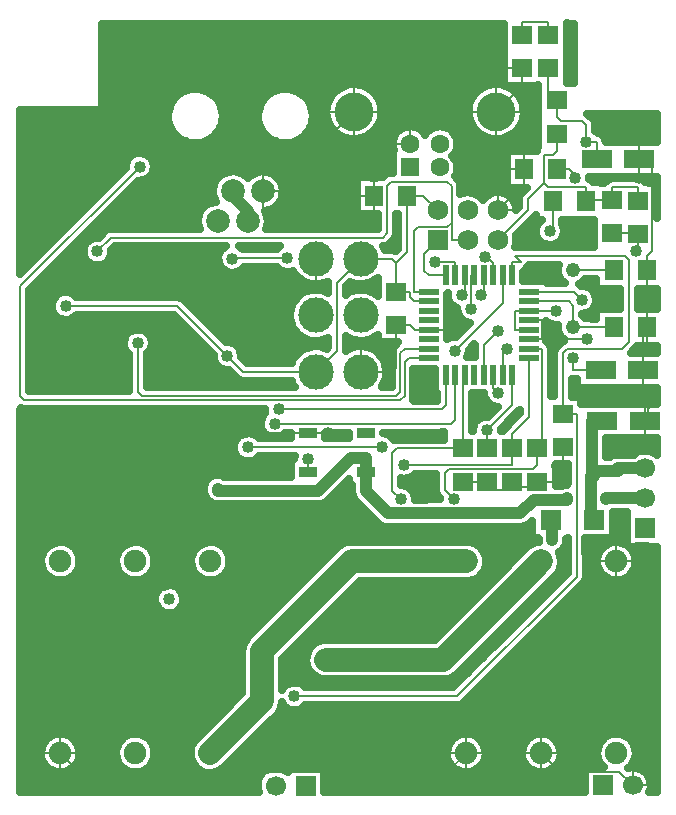
<source format=gbr>
G04 DipTrace 2.4.0.2*
%INTop.gbr*%
%MOIN*%
%ADD14C,0.006*%
%ADD15C,0.0394*%
%ADD16C,0.0787*%
%ADD17C,0.025*%
%ADD18C,0.0079*%
%ADD21R,0.063X0.0709*%
%ADD22R,0.0709X0.063*%
%ADD23R,0.1024X0.063*%
%ADD24R,0.0709X0.0661*%
%ADD26R,0.0669X0.0669*%
%ADD27C,0.0669*%
%ADD28R,0.0689X0.0689*%
%ADD29C,0.0689*%
%ADD31C,0.1181*%
%ADD33R,0.0669X0.0197*%
%ADD34R,0.0197X0.0669*%
%ADD35R,0.0591X0.0354*%
%ADD37C,0.0748*%
%ADD38R,0.063X0.063*%
%ADD39C,0.063*%
%ADD40C,0.1299*%
%ADD41C,0.048*%
%ADD42C,0.04*%
%FSLAX44Y44*%
G04*
G70*
G90*
G75*
G01*
%LNTop*%
%LPD*%
X18262Y22704D2*
D14*
X17808Y22251D1*
Y21676D1*
X17947Y21537D1*
X18526D1*
X18262Y23704D2*
X17765Y24201D1*
X17240D1*
X21940Y28448D2*
Y27370D1*
X22228D1*
X22773Y18773D2*
Y18371D1*
X23688D1*
X21282Y19726D2*
X20838D1*
Y20356D1*
X21282D1*
X17240Y24201D2*
Y22333D1*
X16869Y21963D1*
X16730Y22102D1*
X15690D1*
X11243Y18852D2*
X9575Y20520D1*
X5858D1*
X14190Y18320D2*
X11775D1*
X11243Y18852D1*
X15690Y22102D2*
X14890Y21301D1*
Y19019D1*
X14190Y18320D1*
X16869Y21963D2*
Y20989D1*
X23212Y26003D2*
X23555D1*
Y25409D1*
X22228Y27370D2*
Y26830D1*
X22367Y26691D1*
X23073D1*
X23212Y26552D1*
Y26003D1*
X21282Y20356D2*
X22207D1*
X16869Y20989D2*
X17332D1*
Y20810D1*
X17471Y20671D1*
X17975D1*
Y20986D2*
X17471D1*
Y23019D1*
X17610Y23158D1*
X18576D1*
X18715Y23296D1*
Y24525D1*
X18576Y24664D1*
X16700D1*
X16561Y24525D1*
Y22940D1*
X16422Y22801D1*
X7375D1*
X6912Y22338D1*
X18715Y23296D2*
Y22704D1*
X19262D1*
X18149Y21981D2*
X18841D1*
Y21537D1*
X20262Y22704D2*
X21268Y23710D1*
Y24081D1*
X21807Y24620D1*
X21946Y24481D1*
X23200D1*
Y24018D1*
X21807Y24620D2*
Y25544D1*
X22089D1*
X22228Y25683D1*
Y26268D1*
X20262Y19700D2*
X19786Y19224D1*
Y18230D1*
X24076Y24055D2*
Y24479D1*
X24932D1*
Y24027D1*
X23200Y24018D2*
Y24055D1*
X24076D1*
X22424Y15821D2*
Y15175D1*
X22226Y14977D1*
Y14669D1*
X24749Y4542D2*
X24306Y4986D1*
X22342D1*
X21709Y5619D1*
X20262Y23704D2*
X21129Y24571D1*
Y25081D1*
X17975Y19726D2*
X17493D1*
X17332Y19887D1*
X16869D1*
X20201Y26995D2*
X21067Y27861D1*
Y28448D1*
X14581Y16286D2*
X13931D1*
X21282Y19411D2*
X21725D1*
Y19550D1*
Y20041D1*
X21282D1*
X21563Y14669D2*
Y14713D1*
X21333Y14483D1*
X20758D1*
X20671Y14396D1*
X20059D1*
X19887Y14567D1*
Y14669D1*
X16137Y24834D2*
Y24201D1*
X19887Y14669D2*
X19091D1*
X20758Y14483D2*
X20724Y14669D1*
X22226D2*
X21563D1*
X19209Y5619D2*
X18588Y4998D1*
X6295D1*
X5673Y5619D1*
X21709D2*
X19209D1*
X15461Y26995D2*
X14190Y25725D1*
Y24201D1*
X20201Y26995D2*
X15461D1*
X21129Y25081D2*
X20340D1*
X20201Y25220D1*
Y26995D1*
X16869Y19887D2*
Y18461D1*
X16730Y18322D1*
X15690D1*
X21725Y19550D2*
X21864Y19411D1*
X23221D1*
X25307Y17280D2*
X25277Y17250D1*
Y16686D1*
X25153D1*
X25105Y18371D2*
Y17790D1*
X25307Y17589D1*
Y17280D1*
X25216Y19808D2*
X25105D1*
Y18371D1*
X25216Y21714D2*
Y19808D1*
X24972Y25409D2*
X25395D1*
Y22357D1*
X25216Y22177D1*
Y21714D1*
X24972Y24790D2*
Y25409D1*
X13931Y16286D2*
X12404D1*
X24113Y19808D2*
X23388D1*
X23385Y19811D1*
X22759D1*
Y20532D1*
X22620Y20671D1*
X21282D1*
X24076Y22953D2*
X24932D1*
Y22925D1*
Y22486D1*
X24856Y22410D1*
Y22338D1*
X22825Y24790D2*
Y24881D1*
X22625Y25081D1*
X22231D1*
X20268Y17617D2*
X20101Y17784D1*
Y18230D1*
X12956Y17074D2*
X18387D1*
X18526Y17213D1*
Y18230D1*
X20550Y19082D2*
X20416Y18948D1*
Y18230D1*
X23068Y20727D2*
X22810Y20986D1*
X21282D1*
X22759Y21711D2*
X23385D1*
X23388Y21714D1*
X24113D1*
X21994Y23017D2*
X22097Y23120D1*
Y24018D1*
X17975Y19096D2*
X17147D1*
X17008Y18957D1*
Y17661D1*
X16869Y17522D1*
X8392D1*
X8253Y17661D1*
Y19275D1*
X8317Y25161D2*
X4332Y21176D1*
Y17522D1*
X4471Y17383D1*
X17008D1*
X17147Y17522D1*
Y18642D1*
X17286Y18781D1*
X17975D1*
X13478Y7508D2*
X18899D1*
X22887Y11495D1*
Y16924D1*
X22424D1*
Y18943D1*
X22563Y19082D1*
X24398D1*
X24629Y19313D1*
Y22051D1*
X24504Y22176D1*
X20818D1*
X21013Y21981D1*
X20731D1*
Y21537D1*
X12817Y16595D2*
X18702D1*
X18841Y16734D1*
Y18230D1*
X18821Y19021D2*
X20416Y20616D1*
Y21537D1*
X13931Y15417D2*
Y14987D1*
X14537Y8735D2*
D16*
X18434D1*
X21709Y12009D1*
X11927Y15809D2*
D14*
X16390Y15811D1*
X11927Y23350D2*
D15*
Y23699D1*
X11277Y24350D1*
X11427D1*
X19887Y15771D2*
D14*
Y16371D1*
X20731Y17214D1*
Y18230D1*
X23735Y16686D2*
D15*
X23390D1*
Y14797D1*
X23601Y15007D1*
X23971D1*
X23390Y14797D2*
X23347Y14839D1*
Y13384D1*
X23462D1*
X23971Y15007D2*
X24248D1*
Y15104D1*
X25164D1*
X22578Y14104D2*
Y14063D1*
X21459D1*
X21004Y13608D1*
X16598D1*
X15860Y14346D1*
Y14987D1*
X25164Y14104D2*
X23867D1*
Y14086D1*
X15861Y15467D2*
X15361D1*
X14263Y14369D1*
X10922D1*
Y14425D1*
X15860Y14987D2*
Y15467D1*
X15861D1*
X21067Y29550D2*
D14*
Y29974D1*
X21940D1*
Y29550D1*
X17129Y15231D2*
X20724D1*
Y15771D1*
Y16262D1*
X21282Y16819D1*
Y18781D1*
Y19096D2*
X21725D1*
Y15771D1*
X21563D1*
Y15231D1*
X21424Y15092D1*
X18628D1*
X18489Y14953D1*
Y14370D1*
X18781Y14078D1*
X22078Y12722D2*
D15*
Y13384D1*
X22013D1*
X19821Y22151D2*
D14*
X19901D1*
X20101Y21951D1*
Y21537D1*
X19681Y20897D2*
X19786Y21002D1*
Y21537D1*
X19372Y20418D2*
Y21537D1*
X19471D1*
X19051Y20897D2*
X19156Y21002D1*
Y21537D1*
X13239Y22116D2*
X11408D1*
Y22101D1*
X19091Y15771D2*
Y17972D1*
X19156Y18036D1*
Y18230D1*
X17020Y14081D2*
X16745Y14356D1*
Y15632D1*
X16884Y15771D1*
X19091D1*
X10673Y5619D2*
D16*
X12402Y7348D1*
Y9011D1*
X15400Y12009D1*
X19209D1*
D42*
X14537Y8735D3*
X5858Y20520D3*
X22773Y18773D3*
X22207Y20356D3*
X11243Y18852D3*
X23212Y26003D3*
X6912Y22338D3*
X18149Y21981D3*
X20262Y19700D3*
X23221Y19411D3*
X16137Y24834D3*
X24972Y24790D3*
X14581Y16286D3*
X14190Y24201D3*
X22226Y14669D3*
X12404Y16286D3*
X25307Y17280D3*
X24856Y22338D3*
X22825Y24790D3*
X20268Y17617D3*
X12956Y17074D3*
X20550Y19082D3*
X23068Y20727D3*
X21994Y23017D3*
X8253Y19275D3*
X8317Y25161D3*
X13478Y7508D3*
X12817Y16595D3*
X18821Y19021D3*
X13931Y15417D3*
X9303Y10743D3*
X16390Y15811D3*
X11927Y15809D3*
X19887Y16371D3*
X23971Y15007D3*
X22578Y14104D3*
X23867Y14086D3*
X10922Y14425D3*
X15861Y15467D3*
X17129Y15231D3*
X18781Y14078D3*
X22078Y12722D3*
X19821Y22151D3*
X19681Y20897D3*
X19372Y20418D3*
X19051Y20897D3*
X17020Y14081D3*
X11408Y22101D3*
X13239Y22116D3*
X7098Y29687D2*
D17*
X20423D1*
X22582D2*
X22779D1*
X7098Y29438D2*
X20423D1*
X22582D2*
X22779D1*
X7098Y29189D2*
X20423D1*
X22582D2*
X22779D1*
X7098Y28940D2*
X20423D1*
X22582D2*
X22779D1*
X7098Y28692D2*
X20423D1*
X22582D2*
X22779D1*
X7098Y28443D2*
X20423D1*
X22582D2*
X22779D1*
X7098Y28194D2*
X20423D1*
X22582D2*
X22779D1*
X7098Y27946D2*
X20423D1*
X7098Y27697D2*
X9837D1*
X10520D2*
X12837D1*
X13520D2*
X14849D1*
X16071D2*
X19591D1*
X20813D2*
X21583D1*
X7098Y27448D2*
X9474D1*
X10879D2*
X12474D1*
X13879D2*
X14642D1*
X16282D2*
X19380D1*
X21020D2*
X21583D1*
X7098Y27200D2*
X9318D1*
X11036D2*
X12318D1*
X14036D2*
X14544D1*
X16375D2*
X19286D1*
X21118D2*
X21583D1*
X4350Y26951D2*
X9255D1*
X11102D2*
X12255D1*
X14102D2*
X14521D1*
X16399D2*
X19263D1*
X21141D2*
X21583D1*
X4350Y26702D2*
X9259D1*
X11094D2*
X12259D1*
X14094D2*
X14571D1*
X16352D2*
X19310D1*
X21090D2*
X21583D1*
X23493D2*
X25529D1*
X4350Y26454D2*
X9337D1*
X11016D2*
X12337D1*
X14016D2*
X14700D1*
X16223D2*
X17068D1*
X17610D2*
X18052D1*
X18594D2*
X19439D1*
X20961D2*
X21583D1*
X23532D2*
X25529D1*
X4350Y26205D2*
X9517D1*
X10836D2*
X12517D1*
X13836D2*
X14978D1*
X15946D2*
X16806D1*
X18856D2*
X19716D1*
X20684D2*
X21583D1*
X23793D2*
X25529D1*
X4350Y25956D2*
X10009D1*
X10344D2*
X13009D1*
X13344D2*
X16736D1*
X18926D2*
X21583D1*
X4350Y25708D2*
X16736D1*
X18883D2*
X21536D1*
X4350Y25459D2*
X7935D1*
X8700D2*
X16736D1*
X18832D2*
X20525D1*
X4350Y25210D2*
X7829D1*
X8805D2*
X16736D1*
X18922D2*
X20525D1*
X4350Y24961D2*
X7677D1*
X8762D2*
X11157D1*
X11696D2*
X12157D1*
X12696D2*
X16736D1*
X18899D2*
X20525D1*
X4350Y24713D2*
X7427D1*
X8465D2*
X10853D1*
X13000D2*
X15532D1*
X18969D2*
X20525D1*
X23407D2*
X23872D1*
X25137D2*
X25529D1*
X4350Y24464D2*
X7177D1*
X8063D2*
X10755D1*
X13102D2*
X15532D1*
X19036D2*
X20525D1*
X4350Y24215D2*
X6931D1*
X7813D2*
X10759D1*
X13098D2*
X15532D1*
X19618D2*
X19904D1*
X20618D2*
X20982D1*
X4350Y23967D2*
X6681D1*
X7567D2*
X10673D1*
X12989D2*
X15532D1*
X20836D2*
X20946D1*
X4350Y23718D2*
X6431D1*
X7317D2*
X10357D1*
X12637D2*
X15532D1*
X4350Y23469D2*
X6185D1*
X7067D2*
X10255D1*
X12598D2*
X16239D1*
X4350Y23221D2*
X5935D1*
X6821D2*
X10255D1*
X12598D2*
X16239D1*
X21219D2*
X21552D1*
X22438D2*
X23431D1*
X4350Y22972D2*
X5685D1*
X6571D2*
X7103D1*
X20973D2*
X21505D1*
X22481D2*
X23431D1*
X4350Y22723D2*
X5439D1*
X6321D2*
X6626D1*
X16786D2*
X16922D1*
X20895D2*
X21611D1*
X22379D2*
X23431D1*
X4350Y22475D2*
X5189D1*
X6075D2*
X6443D1*
X7493D2*
X11107D1*
X11711D2*
X12919D1*
X16485D2*
X16919D1*
X20852D2*
X23431D1*
X4350Y22226D2*
X4939D1*
X5825D2*
X6435D1*
X7387D2*
X10935D1*
X4350Y21977D2*
X4693D1*
X5575D2*
X6595D1*
X7231D2*
X10935D1*
X4350Y21729D2*
X4443D1*
X5329D2*
X11107D1*
X11711D2*
X12958D1*
X21192D2*
X22232D1*
X5079Y21480D2*
X13575D1*
X21118D2*
X22286D1*
X4829Y21231D2*
X14571D1*
X15262D2*
X16224D1*
X23000D2*
X23509D1*
X4653Y20982D2*
X5786D1*
X5930D2*
X13798D1*
X15211D2*
X15294D1*
X16086D2*
X16224D1*
X23481D2*
X24310D1*
X24950D2*
X25529D1*
X4653Y20734D2*
X5419D1*
X9801D2*
X13489D1*
X23559D2*
X24310D1*
X24950D2*
X25529D1*
X4653Y20485D2*
X5368D1*
X10051D2*
X13357D1*
X18598D2*
X18810D1*
X23489D2*
X24310D1*
X24950D2*
X25529D1*
X4653Y20236D2*
X5466D1*
X10301D2*
X13310D1*
X18598D2*
X18919D1*
X23079D2*
X23509D1*
X4653Y19988D2*
X9665D1*
X10551D2*
X13341D1*
X18598D2*
X19173D1*
X4653Y19739D2*
X9915D1*
X10797D2*
X13450D1*
X18598D2*
X19095D1*
X21907D2*
X22236D1*
X4653Y19490D2*
X7818D1*
X8692D2*
X10161D1*
X11047D2*
X13704D1*
X18598D2*
X18849D1*
X21907D2*
X22345D1*
X4653Y19242D2*
X7763D1*
X8743D2*
X10411D1*
X11520D2*
X14571D1*
X15211D2*
X16849D1*
X22008D2*
X22279D1*
X4653Y18993D2*
X7861D1*
X8649D2*
X10661D1*
X11711D2*
X13638D1*
X16246D2*
X16689D1*
X19309D2*
X19466D1*
X24750D2*
X25529D1*
X4653Y18744D2*
X7935D1*
X8575D2*
X10767D1*
X11793D2*
X13423D1*
X16457D2*
X16689D1*
X4653Y18496D2*
X7935D1*
X8575D2*
X10919D1*
X16551D2*
X16689D1*
X4653Y18247D2*
X7935D1*
X8575D2*
X11407D1*
X16567D2*
X16689D1*
X17465D2*
X18138D1*
X4653Y17998D2*
X7935D1*
X8575D2*
X13372D1*
X16508D2*
X16689D1*
X17465D2*
X18138D1*
X22743D2*
X22885D1*
X4653Y17750D2*
X7935D1*
X17465D2*
X18138D1*
X22743D2*
X25529D1*
X17465Y17501D2*
X18204D1*
X19411D2*
X19794D1*
X23067D2*
X25529D1*
X19411Y17252D2*
X19954D1*
X4350Y17003D2*
X12470D1*
X19411D2*
X20079D1*
X4350Y16755D2*
X12357D1*
X19411D2*
X19599D1*
X4350Y16506D2*
X12337D1*
X4350Y16257D2*
X11779D1*
X12075D2*
X12474D1*
X13161D2*
X13345D1*
X14516D2*
X15275D1*
X16543D2*
X18446D1*
X4350Y16009D2*
X11482D1*
X23875D2*
X25529D1*
X4350Y15760D2*
X11439D1*
X23875D2*
X25529D1*
X4350Y15511D2*
X11544D1*
X12309D2*
X13450D1*
X23875D2*
X24004D1*
X4350Y15263D2*
X13345D1*
X4350Y15014D2*
X13345D1*
X22207D2*
X22568D1*
X4350Y14765D2*
X10579D1*
X17063D2*
X18169D1*
X22207D2*
X22568D1*
X4350Y14517D2*
X10443D1*
X15090D2*
X15372D1*
X17207D2*
X18169D1*
X4350Y14268D2*
X10446D1*
X14840D2*
X15380D1*
X17469D2*
X18189D1*
X4350Y14019D2*
X10595D1*
X14590D2*
X15509D1*
X4350Y13771D2*
X15759D1*
X4350Y13522D2*
X16005D1*
X24106D2*
X24540D1*
X4350Y13273D2*
X16255D1*
X24106D2*
X24540D1*
X4350Y13024D2*
X21368D1*
X24106D2*
X24540D1*
X4350Y12776D2*
X21591D1*
X23207D2*
X24540D1*
X4350Y12527D2*
X5275D1*
X6071D2*
X7775D1*
X8571D2*
X10275D1*
X11071D2*
X14970D1*
X19641D2*
X21279D1*
X23207D2*
X23810D1*
X4350Y12278D2*
X5068D1*
X6278D2*
X7568D1*
X8778D2*
X10068D1*
X11278D2*
X14712D1*
X19836D2*
X21021D1*
X22336D2*
X22568D1*
X23207D2*
X23603D1*
X24813D2*
X25529D1*
X4350Y12030D2*
X5009D1*
X6336D2*
X7509D1*
X8836D2*
X10009D1*
X11336D2*
X14466D1*
X19891D2*
X20775D1*
X22391D2*
X22568D1*
X23207D2*
X23544D1*
X24871D2*
X25529D1*
X4350Y11781D2*
X5052D1*
X6293D2*
X7552D1*
X8793D2*
X10052D1*
X11293D2*
X14216D1*
X19852D2*
X20525D1*
X22352D2*
X22568D1*
X23207D2*
X23587D1*
X24829D2*
X25529D1*
X4350Y11532D2*
X5224D1*
X6125D2*
X7724D1*
X8625D2*
X10224D1*
X11125D2*
X13966D1*
X19688D2*
X20275D1*
X22188D2*
X22482D1*
X23207D2*
X23759D1*
X24661D2*
X25529D1*
X4350Y11284D2*
X13720D1*
X15629D2*
X20029D1*
X21938D2*
X22232D1*
X23118D2*
X25529D1*
X4350Y11035D2*
X8915D1*
X9688D2*
X13470D1*
X15383D2*
X19779D1*
X21692D2*
X21986D1*
X22868D2*
X25529D1*
X4350Y10786D2*
X8814D1*
X9789D2*
X13220D1*
X15133D2*
X19529D1*
X21442D2*
X21736D1*
X22621D2*
X25529D1*
X4350Y10538D2*
X8861D1*
X9746D2*
X12974D1*
X14883D2*
X19282D1*
X21192D2*
X21486D1*
X22371D2*
X25529D1*
X4350Y10289D2*
X9177D1*
X9432D2*
X12724D1*
X14637D2*
X19032D1*
X20946D2*
X21239D1*
X22121D2*
X25529D1*
X4350Y10040D2*
X12474D1*
X14387D2*
X18782D1*
X20696D2*
X20989D1*
X21875D2*
X25529D1*
X4350Y9792D2*
X12228D1*
X14137D2*
X18536D1*
X20446D2*
X20739D1*
X21625D2*
X25529D1*
X4350Y9543D2*
X11978D1*
X13891D2*
X18286D1*
X20200D2*
X20493D1*
X21375D2*
X25529D1*
X4350Y9294D2*
X11782D1*
X13641D2*
X14165D1*
X19950D2*
X20243D1*
X21129D2*
X25529D1*
X4350Y9045D2*
X11720D1*
X13391D2*
X13931D1*
X19700D2*
X19993D1*
X20879D2*
X25529D1*
X4350Y8797D2*
X11720D1*
X13145D2*
X13857D1*
X19454D2*
X19747D1*
X20629D2*
X25529D1*
X4350Y8548D2*
X11720D1*
X13086D2*
X13880D1*
X19204D2*
X19497D1*
X20383D2*
X25529D1*
X4350Y8299D2*
X11720D1*
X13086D2*
X14017D1*
X18954D2*
X19247D1*
X20133D2*
X25529D1*
X4350Y8051D2*
X11720D1*
X13086D2*
X19001D1*
X19883D2*
X25529D1*
X4350Y7802D2*
X11720D1*
X19637D2*
X25529D1*
X4350Y7553D2*
X11650D1*
X19387D2*
X25529D1*
X4350Y7305D2*
X11404D1*
X19137D2*
X25529D1*
X4350Y7056D2*
X11154D1*
X13016D2*
X13345D1*
X13614D2*
X25529D1*
X4350Y6807D2*
X10904D1*
X12817D2*
X25529D1*
X4350Y6559D2*
X10657D1*
X12571D2*
X25529D1*
X4350Y6310D2*
X10407D1*
X12321D2*
X25529D1*
X4350Y6061D2*
X5189D1*
X6161D2*
X7689D1*
X8661D2*
X10161D1*
X12071D2*
X18724D1*
X19696D2*
X21224D1*
X22196D2*
X23724D1*
X24696D2*
X25529D1*
X4350Y5813D2*
X5040D1*
X6309D2*
X7540D1*
X8809D2*
X10021D1*
X11825D2*
X18575D1*
X19844D2*
X21075D1*
X22344D2*
X23575D1*
X24844D2*
X25529D1*
X4350Y5564D2*
X5013D1*
X6336D2*
X7513D1*
X8836D2*
X9993D1*
X11575D2*
X18548D1*
X19871D2*
X21048D1*
X22371D2*
X23548D1*
X24871D2*
X25529D1*
X4350Y5315D2*
X5087D1*
X6262D2*
X7587D1*
X8762D2*
X10064D1*
X11325D2*
X18622D1*
X19797D2*
X21122D1*
X22297D2*
X23622D1*
X24797D2*
X25529D1*
X4350Y5066D2*
X5329D1*
X6020D2*
X7829D1*
X8520D2*
X10290D1*
X11055D2*
X12548D1*
X14473D2*
X18864D1*
X19555D2*
X21364D1*
X22055D2*
X23126D1*
X25067D2*
X25529D1*
X4350Y4818D2*
X12294D1*
X14473D2*
X23126D1*
X25305D2*
X25529D1*
X4350Y4569D2*
X12228D1*
X14473D2*
X23126D1*
X25371D2*
X25532D1*
X24338Y21095D2*
X23533D1*
Y21419D1*
X23170Y21416D1*
X23131Y21370D1*
X23036Y21289D1*
X22949Y21246D1*
X23021Y21192D1*
X23127Y21188D1*
X23248Y21156D1*
X23355Y21093D1*
X23442Y21004D1*
X23502Y20895D1*
X23533Y20727D1*
X23517Y20604D1*
X23468Y20489D1*
X23390Y20392D1*
X23289Y20318D1*
X23173Y20274D1*
X23053Y20263D1*
X23098Y20186D1*
X23166Y20107D1*
X23533Y20103D1*
Y20427D1*
X24334D1*
Y21098D1*
X25556Y21095D2*
X24924D1*
Y20430D1*
X25211Y20427D1*
X25555D1*
Y21095D1*
X25556Y19189D2*
X24896D1*
X24838Y19105D1*
X24686Y18953D1*
X25103Y18950D1*
X25556D1*
X25555Y19188D1*
X16940Y19307D2*
X16249D1*
Y19564D1*
X16136Y19482D1*
X16025Y19424D1*
X15907Y19384D1*
X15784Y19361D1*
X15659Y19357D1*
X15535Y19371D1*
X15414Y19402D1*
X15299Y19451D1*
X15183Y19524D1*
X15184Y19016D1*
X15299Y19083D1*
X15438Y19139D1*
X15584Y19171D1*
X15734Y19176D1*
X15882Y19156D1*
X16025Y19109D1*
X16157Y19039D1*
X16275Y18947D1*
X16375Y18835D1*
X16454Y18708D1*
X16509Y18569D1*
X16540Y18422D1*
X16544Y18272D1*
X16522Y18124D1*
X16475Y17982D1*
X16404Y17850D1*
X16381Y17817D1*
X16716D1*
X16713Y18536D1*
Y18957D1*
X16741Y19082D1*
X16799Y19166D1*
X16941Y19307D1*
X16249Y20858D2*
Y21452D1*
X16136Y21371D1*
X16025Y21314D1*
X15907Y21274D1*
X15784Y21251D1*
X15659Y21247D1*
X15535Y21260D1*
X15414Y21292D1*
X15331Y21327D1*
X15185Y21176D1*
Y20899D1*
X15299Y20973D1*
X15414Y21021D1*
X15535Y21053D1*
X15659Y21067D1*
X15784Y21062D1*
X15906Y21039D1*
X16025Y20999D1*
X16136Y20942D1*
X16251Y20856D1*
X24465Y17792D2*
X22911Y17791D1*
Y18076D1*
X22733Y18079D1*
X22719Y18068D1*
Y17502D1*
X23043Y17504D1*
Y17265D1*
X24512Y17262D1*
X24501Y17266D1*
X25555D1*
Y17790D1*
X24328Y17791D1*
X20574Y25700D2*
X21557D1*
X21608Y25813D1*
X21612Y26847D1*
X21608Y26790D1*
Y27872D1*
X21461Y27868D1*
X20487Y27864D1*
X20625Y27806D1*
X20751Y27726D1*
X20863Y27626D1*
X20957Y27510D1*
X21031Y27379D1*
X21083Y27238D1*
X21110Y27091D1*
X21114Y26945D1*
X21094Y26797D1*
X21049Y26654D1*
X20982Y26520D1*
X20894Y26399D1*
X20787Y26293D1*
X20665Y26207D1*
X20530Y26142D1*
X20386Y26100D1*
X20238Y26081D1*
X20088Y26088D1*
X19941Y26118D1*
X19801Y26173D1*
X19672Y26249D1*
X19558Y26345D1*
X19460Y26459D1*
X19383Y26587D1*
X19327Y26726D1*
X19295Y26873D1*
X19287Y27022D1*
X19304Y27171D1*
X19344Y27315D1*
X19408Y27451D1*
X19493Y27574D1*
X19597Y27682D1*
X19717Y27771D1*
X19851Y27840D1*
X19993Y27886D1*
X20141Y27908D1*
X20291Y27905D1*
X20448Y27876D1*
Y29935D1*
X7075D1*
Y27185D1*
X7014Y27080D1*
X6950Y27060D1*
X4325D1*
Y21588D1*
X7855Y25116D1*
X7854Y25200D1*
X7881Y25322D1*
X7939Y25432D1*
X8025Y25523D1*
X8132Y25587D1*
X8251Y25621D1*
X8376Y25622D1*
X8496Y25590D1*
X8604Y25527D1*
X8691Y25438D1*
X8751Y25328D1*
X8782Y25161D1*
X8765Y25038D1*
X8716Y24923D1*
X8639Y24825D1*
X8538Y24752D1*
X8422Y24708D1*
X8271Y24701D1*
X7819Y24245D1*
X4627Y21051D1*
Y17680D1*
X7721Y17678D1*
X7960D1*
X7958Y18915D1*
X7904Y18968D1*
X7835Y19071D1*
X7796Y19190D1*
X7790Y19314D1*
X7817Y19436D1*
X7876Y19546D1*
X7961Y19637D1*
X8068Y19701D1*
X8188Y19735D1*
X8312Y19736D1*
X8433Y19704D1*
X8540Y19641D1*
X8627Y19551D1*
X8687Y19442D1*
X8718Y19275D1*
X8702Y19151D1*
X8653Y19037D1*
X8575Y18939D1*
X8547Y18919D1*
X8548Y17818D1*
X13498Y17817D1*
X13444Y17901D1*
X13388Y18026D1*
X11775Y18025D1*
X11650Y18053D1*
X11566Y18111D1*
X11287Y18390D1*
X11223Y18388D1*
X11101Y18409D1*
X10988Y18463D1*
X10894Y18545D1*
X10825Y18649D1*
X10786Y18767D1*
X10781Y18895D1*
X9452Y20226D1*
X6220Y20225D1*
X6179Y20184D1*
X6079Y20111D1*
X5962Y20067D1*
X5838Y20055D1*
X5715Y20077D1*
X5603Y20131D1*
X5509Y20213D1*
X5440Y20316D1*
X5400Y20435D1*
X5394Y20559D1*
X5421Y20681D1*
X5480Y20791D1*
X5565Y20882D1*
X5672Y20946D1*
X5792Y20980D1*
X5917Y20981D1*
X6037Y20949D1*
X6144Y20886D1*
X6212Y20816D1*
X9575Y20815D1*
X9699Y20787D1*
X9784Y20729D1*
X11195Y19317D1*
X11302Y19313D1*
X11422Y19281D1*
X11530Y19218D1*
X11617Y19129D1*
X11677Y19019D1*
X11708Y18852D1*
X11702Y18810D1*
X11900Y18615D1*
X13388D1*
X13444Y18739D1*
X13513Y18843D1*
X13596Y18936D1*
X13692Y19016D1*
X13799Y19081D1*
X13914Y19130D1*
X14035Y19161D1*
X14159Y19175D1*
X14284Y19170D1*
X14406Y19148D1*
X14549Y19095D1*
X14595Y19144D1*
Y19453D1*
X14407Y19382D1*
X14284Y19360D1*
X14159Y19355D1*
X14035Y19369D1*
X13914Y19400D1*
X13799Y19449D1*
X13692Y19514D1*
X13596Y19594D1*
X13513Y19687D1*
X13444Y19791D1*
X13391Y19904D1*
X13355Y20024D1*
X13337Y20147D1*
Y20272D1*
X13355Y20396D1*
X13391Y20515D1*
X13444Y20628D1*
X13513Y20733D1*
X13596Y20826D1*
X13692Y20906D1*
X13799Y20971D1*
X13914Y21019D1*
X14035Y21051D1*
X14159Y21065D1*
X14284Y21060D1*
X14406Y21038D1*
X14525Y20997D1*
X14598Y20960D1*
X14595Y21305D1*
X14570Y21333D1*
X14431Y21279D1*
X14284Y21249D1*
X14134Y21246D1*
X13986Y21269D1*
X13844Y21317D1*
X13713Y21390D1*
X13596Y21484D1*
X13498Y21597D1*
X13436Y21695D1*
X13343Y21663D1*
X13219Y21651D1*
X13096Y21673D1*
X12984Y21727D1*
X12883Y21818D1*
X11864Y21821D1*
X11782D1*
X11730Y21765D1*
X11629Y21692D1*
X11513Y21648D1*
X11389Y21636D1*
X11266Y21658D1*
X11153Y21712D1*
X11059Y21794D1*
X10990Y21897D1*
X10951Y22016D1*
X10945Y22140D1*
X10972Y22262D1*
X11031Y22372D1*
X11116Y22462D1*
X11186Y22505D1*
X7496Y22506D1*
X7377Y22385D1*
X7361Y22215D1*
X7312Y22100D1*
X7234Y22003D1*
X7133Y21929D1*
X7017Y21885D1*
X6893Y21874D1*
X6770Y21896D1*
X6658Y21949D1*
X6563Y22031D1*
X6494Y22135D1*
X6455Y22253D1*
X6449Y22378D1*
X6476Y22499D1*
X6535Y22609D1*
X6620Y22700D1*
X6727Y22764D1*
X6847Y22798D1*
X6960Y22799D1*
X7167Y23010D1*
X7275Y23078D1*
X7375Y23096D1*
X10317D1*
X10272Y23281D1*
X10271Y23405D1*
X10293Y23528D1*
X10339Y23645D1*
X10405Y23750D1*
X10490Y23842D1*
X10590Y23916D1*
X10703Y23969D1*
X10867Y24003D1*
X10797Y24158D1*
X10772Y24281D1*
X10771Y24405D1*
X10793Y24528D1*
X10839Y24645D1*
X10905Y24750D1*
X10990Y24842D1*
X11090Y24916D1*
X11203Y24969D1*
X11324Y25000D1*
X11449Y25008D1*
X11572Y24992D1*
X11691Y24953D1*
X11800Y24893D1*
X11896Y24812D1*
X11928Y24773D1*
X11971Y24825D1*
X12069Y24902D1*
X12180Y24960D1*
X12300Y24996D1*
X12424Y25008D1*
X12548Y24997D1*
X12668Y24963D1*
X12779Y24906D1*
X12878Y24830D1*
X12961Y24736D1*
X13024Y24629D1*
X13066Y24511D1*
X13085Y24388D1*
X13078Y24250D1*
X13048Y24129D1*
X12995Y24016D1*
X12922Y23915D1*
X12831Y23829D1*
X12726Y23762D1*
X12610Y23717D1*
X12489Y23694D1*
X12534Y23606D1*
X12572Y23487D1*
X12586Y23350D1*
X12574Y23225D1*
X12534Y23095D1*
X16270Y23096D1*
X16266Y23584D1*
X15942Y23582D1*
X15557D1*
Y24820D1*
X16441Y24822D1*
X16491Y24873D1*
X16599Y24941D1*
X16700Y24959D1*
X16759D1*
Y25721D1*
X16794D1*
X16763Y25857D1*
X16761Y25982D1*
X16786Y26104D1*
X16836Y26218D1*
X16910Y26319D1*
X17003Y26401D1*
X17112Y26462D1*
X17232Y26498D1*
X17356Y26508D1*
X17480Y26491D1*
X17597Y26448D1*
X17702Y26380D1*
X17790Y26292D1*
X17831Y26234D1*
X17894Y26319D1*
X17988Y26401D1*
X18097Y26462D1*
X18216Y26498D1*
X18340Y26508D1*
X18464Y26491D1*
X18581Y26448D1*
X18686Y26380D1*
X18774Y26292D1*
X18842Y26187D1*
X18885Y26070D1*
X18903Y25928D1*
X18889Y25804D1*
X18850Y25686D1*
X18786Y25579D1*
X18746Y25536D1*
X18842Y25400D1*
X18885Y25283D1*
X18903Y25141D1*
X18889Y25017D1*
X18850Y24899D1*
X18816Y24842D1*
X18924Y24734D1*
X18992Y24626D1*
X19010Y24525D1*
Y24256D1*
X19141Y24301D1*
X19265Y24314D1*
X19389Y24300D1*
X19508Y24262D1*
X19616Y24200D1*
X19710Y24117D1*
X19759Y24052D1*
X19854Y24157D1*
X19955Y24231D1*
X20068Y24282D1*
X20190Y24309D1*
X20315Y24311D1*
X20437Y24288D1*
X20553Y24240D1*
X20656Y24169D1*
X20742Y24079D1*
X20808Y23974D1*
X20852Y23857D1*
X20871Y23729D1*
X20973Y23835D1*
Y24081D1*
X21001Y24205D1*
X21059Y24290D1*
X21233Y24464D1*
X20634Y24461D1*
X20549D1*
Y25700D1*
X20574D1*
X22677Y23403D2*
X22392Y23399D1*
Y23257D1*
X22428Y23184D1*
X22459Y23017D1*
X22443Y22893D1*
X22394Y22779D1*
X22316Y22681D1*
X22215Y22608D1*
X22099Y22564D1*
X21975Y22552D1*
X21852Y22574D1*
X21739Y22628D1*
X21645Y22710D1*
X21576Y22813D1*
X21537Y22932D1*
X21531Y23056D1*
X21558Y23178D1*
X21617Y23288D1*
X21702Y23379D1*
X21739Y23401D1*
X21517Y23399D1*
Y23551D1*
X21388Y23413D1*
X20849Y22874D1*
X20871Y22704D1*
X20858Y22580D1*
X20824Y22472D1*
X23454Y22471D1*
X23457Y23400D1*
X22620Y23399D1*
Y23403D1*
X23452Y24638D2*
X23780Y24634D1*
X23993Y24761D1*
X24076Y24774D1*
X24932D1*
X25053Y24748D1*
X25155Y24671D1*
X25177Y24642D1*
X25313Y24607D1*
X25551D1*
X25547Y23447D1*
X25555Y23450D1*
X25549Y24830D1*
X23289D1*
X23286Y24763D1*
X23321Y24750D1*
X23423Y24673D1*
X23445Y24644D1*
X23853Y25989D2*
X24332Y25985D1*
X24321Y25989D1*
X25556D1*
X25555Y26935D1*
X23242Y26933D1*
X23421Y26761D1*
X23489Y26653D1*
X23507Y26552D1*
Y26361D1*
X23592Y26296D1*
X23709Y26255D1*
X23799Y26170D1*
X23846Y26055D1*
X23850Y25991D1*
X23837Y26086D1*
X24512Y16107D2*
X23852Y16106D1*
Y15471D1*
X23989Y15486D1*
X24103Y15542D1*
X24231Y15565D1*
X24783Y15566D1*
X24854Y15617D1*
X24967Y15670D1*
X25089Y15699D1*
X25214Y15701D1*
X25336Y15678D1*
X25451Y15630D1*
X25557Y15556D1*
X25554Y16106D1*
X24376Y16107D1*
X24081Y13640D2*
Y12788D1*
X23179D1*
X23182Y11674D1*
Y11495D1*
X23154Y11371D1*
X23095Y11287D1*
X19108Y7299D1*
X19000Y7231D1*
X18899Y7213D1*
X13841D1*
X13699Y7099D1*
X13583Y7055D1*
X13458Y7043D1*
X13336Y7065D1*
X13223Y7119D1*
X13129Y7201D1*
X13059Y7308D1*
X13031Y7153D1*
X12983Y7037D1*
X12914Y6933D1*
X12426Y6440D1*
X11139Y5154D1*
X11043Y5074D1*
X10933Y5014D1*
X10815Y4976D1*
X10691Y4961D1*
X10566Y4969D1*
X10446Y5001D1*
X10333Y5055D1*
X10233Y5130D1*
X10148Y5222D1*
X10083Y5328D1*
X10038Y5445D1*
X10017Y5568D1*
X10019Y5692D1*
X10044Y5814D1*
X10093Y5930D1*
X10161Y6034D1*
X10650Y6527D1*
X11746Y7624D1*
X11743Y9011D1*
X11755Y9135D1*
X11790Y9255D1*
X11847Y9366D1*
X11936Y9477D1*
X14934Y12475D1*
X15030Y12554D1*
X15140Y12614D1*
X15259Y12652D1*
X15400Y12668D1*
X19209D1*
X19333Y12656D1*
X19453Y12621D1*
X19564Y12564D1*
X19662Y12487D1*
X19744Y12393D1*
X19807Y12285D1*
X19848Y12167D1*
X19866Y12044D1*
X19861Y11919D1*
X19832Y11797D1*
X19781Y11684D1*
X19710Y11581D1*
X19620Y11495D1*
X19515Y11426D1*
X19400Y11379D1*
X19278Y11354D1*
X18584Y11350D1*
X15674D1*
X13062Y8740D1*
X13061Y7710D1*
X13100Y7779D1*
X13186Y7870D1*
X13293Y7934D1*
X13412Y7968D1*
X13537Y7969D1*
X13657Y7937D1*
X13765Y7874D1*
X13833Y7804D1*
X18779Y7805D1*
X22592Y11620D1*
Y12788D1*
X22541Y12768D1*
X22526Y12598D1*
X22477Y12484D1*
X22400Y12386D1*
X22295Y12311D1*
X22344Y12184D1*
X22365Y12061D1*
X22363Y11936D1*
X22338Y11814D1*
X22290Y11699D1*
X22221Y11595D1*
X21732Y11101D1*
X18900Y8269D1*
X18804Y8189D1*
X18694Y8130D1*
X18575Y8091D1*
X18434Y8076D1*
X14537D1*
X14413Y8088D1*
X14293Y8123D1*
X14182Y8180D1*
X14083Y8257D1*
X14001Y8351D1*
X13939Y8459D1*
X13897Y8577D1*
X13879Y8700D1*
X13884Y8825D1*
X13913Y8946D1*
X13964Y9060D1*
X14036Y9162D1*
X14126Y9249D1*
X14230Y9317D1*
X14345Y9365D1*
X14468Y9390D1*
X15162Y9393D1*
X18158D1*
X19471Y10703D1*
X21243Y12475D1*
X21339Y12554D1*
X21449Y12614D1*
X21567Y12652D1*
X21618Y12658D1*
X21616Y12765D1*
X21507Y12788D1*
X21394D1*
Y13347D1*
X21331Y13281D1*
X21231Y13206D1*
X21079Y13152D1*
X20754Y13146D1*
X16598D1*
X16474Y13163D1*
X16329Y13233D1*
X16094Y13458D1*
X15534Y14019D1*
X15458Y14118D1*
X15405Y14270D1*
X15398Y14545D1*
X15300D1*
Y14752D1*
X14590Y14043D1*
X14490Y13967D1*
X14338Y13914D1*
X14013Y13907D1*
X10922D1*
X10798Y13924D1*
X10684Y13973D1*
X10587Y14051D1*
X10514Y14153D1*
X10467Y14287D1*
X10459Y14464D1*
X10486Y14586D1*
X10544Y14696D1*
X10630Y14786D1*
X10736Y14851D1*
X10856Y14885D1*
X10981Y14886D1*
X11101Y14854D1*
X11131Y14836D1*
X11422Y14831D1*
X13371D1*
Y15429D1*
X13468D1*
X13480Y15514D1*
X12284D1*
X12249Y15474D1*
X12148Y15400D1*
X12032Y15356D1*
X11908Y15345D1*
X11785Y15367D1*
X11673Y15420D1*
X11578Y15502D1*
X11509Y15606D1*
X11470Y15724D1*
X11464Y15849D1*
X11491Y15970D1*
X11550Y16080D1*
X11635Y16171D1*
X11742Y16235D1*
X11862Y16269D1*
X11986Y16270D1*
X12107Y16238D1*
X12214Y16175D1*
X12282Y16105D1*
X13369D1*
X13371Y16300D1*
X13174D1*
X13138Y16260D1*
X13038Y16186D1*
X12921Y16142D1*
X12797Y16131D1*
X12674Y16153D1*
X12562Y16206D1*
X12468Y16288D1*
X12399Y16392D1*
X12360Y16510D1*
X12353Y16635D1*
X12381Y16756D1*
X12439Y16866D1*
X12511Y16943D1*
X12499Y16989D1*
X12494Y17086D1*
X5383Y17088D1*
X4471D1*
X4347Y17116D1*
X4325Y17060D1*
Y4325D1*
X12290D1*
X12265Y4403D1*
X12250Y4527D1*
X12262Y4651D1*
X12298Y4770D1*
X12359Y4880D1*
X12441Y4974D1*
X12540Y5049D1*
X12653Y5102D1*
X12775Y5130D1*
X12899Y5133D1*
X13022Y5110D1*
X13137Y5062D1*
X13248Y4982D1*
X13250Y5135D1*
X14449D1*
X14450Y4325D1*
X23149D1*
Y5142D1*
X23786D1*
X23681Y5259D1*
X23621Y5369D1*
X23583Y5488D1*
X23570Y5612D1*
X23581Y5736D1*
X23615Y5856D1*
X23673Y5967D1*
X23750Y6065D1*
X23846Y6145D1*
X23955Y6206D1*
X24074Y6244D1*
X24198Y6258D1*
X24322Y6248D1*
X24442Y6214D1*
X24553Y6157D1*
X24651Y6080D1*
X24732Y5985D1*
X24794Y5876D1*
X24832Y5758D1*
X24848Y5619D1*
X24835Y5495D1*
X24799Y5376D1*
X24741Y5265D1*
X24662Y5169D1*
X24611Y5127D1*
X24749Y5142D1*
X24873Y5129D1*
X24992Y5091D1*
X25100Y5029D1*
X25193Y4946D1*
X25267Y4845D1*
X25318Y4731D1*
X25345Y4609D1*
X25347Y4492D1*
X25323Y4370D1*
X25308Y4325D1*
X25555D1*
Y12501D1*
X25014Y12504D1*
X24614Y12503D1*
X24702Y12415D1*
X24772Y12311D1*
X24820Y12196D1*
X24844Y12074D1*
X24846Y11959D1*
X24824Y11836D1*
X24778Y11720D1*
X24711Y11615D1*
X24625Y11525D1*
X24523Y11453D1*
X24409Y11402D1*
X24287Y11375D1*
X24162Y11372D1*
X24039Y11393D1*
X23923Y11438D1*
X23817Y11504D1*
X23726Y11590D1*
X23654Y11692D1*
X23603Y11805D1*
X23575Y11927D1*
X23571Y12052D1*
X23592Y12175D1*
X23636Y12292D1*
X23701Y12398D1*
X23787Y12489D1*
X23888Y12562D1*
X24002Y12613D1*
X24123Y12642D1*
X24248Y12647D1*
X24371Y12627D1*
X24488Y12584D1*
X24564Y12540D1*
Y13641D1*
X24082Y13642D1*
X22559Y29939D2*
X22555Y28971D1*
X22559Y29028D1*
Y27946D1*
X22808Y27950D1*
X22805Y29935D1*
X22559D1*
X16440Y22509D2*
X16491Y22396D1*
X16730Y22397D1*
X16854Y22368D1*
X16788Y22390D1*
X16925Y22436D1*
X16945Y22458D1*
X16944Y23582D1*
X16855D1*
X16856Y22940D1*
X16828Y22816D1*
X16770Y22731D1*
X16631Y22592D1*
X16523Y22524D1*
X16472Y22510D1*
X22019Y17504D2*
X22129D1*
Y18943D1*
X22157Y19068D1*
X22215Y19152D1*
X22354Y19291D1*
X22462Y19359D1*
X22451Y19412D1*
X22362Y19499D1*
X22298Y19606D1*
X22262Y19725D1*
X22256Y19850D1*
X22265Y19892D1*
X22187D1*
X22065Y19914D1*
X21952Y19967D1*
X21879Y20031D1*
X21881Y19678D1*
X21877Y19363D1*
X21881Y19460D1*
Y19346D1*
X21946Y19292D1*
X22007Y19180D1*
X22020Y19096D1*
Y17506D1*
X22592Y15242D2*
X22183D1*
X22178Y15191D1*
X22182Y15173D1*
Y14524D1*
X22392Y14530D1*
X22512Y14564D1*
X22547D1*
X22592Y14620D1*
Y15241D1*
X11073Y26725D2*
X11048Y26603D1*
X11005Y26485D1*
X10947Y26375D1*
X10874Y26273D1*
X10788Y26183D1*
X10691Y26105D1*
X10583Y26041D1*
X10468Y25993D1*
X10347Y25961D1*
X10223Y25946D1*
X10098Y25948D1*
X9975Y25968D1*
X9855Y26004D1*
X9742Y26056D1*
X9637Y26124D1*
X9542Y26205D1*
X9459Y26299D1*
X9390Y26403D1*
X9336Y26515D1*
X9298Y26634D1*
X9277Y26758D1*
X9273Y26882D1*
X9286Y27007D1*
X9316Y27128D1*
X9363Y27244D1*
X9425Y27352D1*
X9501Y27451D1*
X9591Y27538D1*
X9691Y27612D1*
X9801Y27672D1*
X9918Y27716D1*
X10039Y27744D1*
X10164Y27754D1*
X10289Y27747D1*
X10411Y27723D1*
X10529Y27683D1*
X10641Y27626D1*
X10743Y27555D1*
X10835Y27470D1*
X10914Y27374D1*
X10980Y27267D1*
X11029Y27153D1*
X11063Y27033D1*
X11082Y26850D1*
X11073Y26725D1*
X14073D2*
X14048Y26603D1*
X14005Y26485D1*
X13947Y26375D1*
X13874Y26273D1*
X13788Y26183D1*
X13691Y26105D1*
X13583Y26041D1*
X13468Y25993D1*
X13347Y25961D1*
X13223Y25946D1*
X13098Y25948D1*
X12975Y25968D1*
X12855Y26004D1*
X12742Y26056D1*
X12637Y26124D1*
X12542Y26205D1*
X12459Y26299D1*
X12390Y26403D1*
X12336Y26515D1*
X12298Y26634D1*
X12277Y26758D1*
X12273Y26882D1*
X12286Y27007D1*
X12316Y27128D1*
X12363Y27244D1*
X12425Y27352D1*
X12501Y27451D1*
X12591Y27538D1*
X12691Y27612D1*
X12801Y27672D1*
X12918Y27716D1*
X13039Y27744D1*
X13164Y27754D1*
X13289Y27747D1*
X13411Y27723D1*
X13529Y27683D1*
X13641Y27626D1*
X13743Y27555D1*
X13835Y27470D1*
X13914Y27374D1*
X13980Y27267D1*
X14029Y27153D1*
X14063Y27033D1*
X14082Y26850D1*
X14073Y26725D1*
X21092Y21349D2*
X21881D1*
Y21283D1*
X22497Y21281D1*
X22451Y21312D1*
X22362Y21399D1*
X22298Y21506D1*
X22262Y21625D1*
X22256Y21750D1*
X22286Y21883D1*
X21289Y21881D1*
X21274Y21843D1*
X21176Y21736D1*
X21094Y21637D1*
Y21352D1*
X18591Y20938D2*
X18588Y20936D1*
X18574Y20909D1*
X18570Y20308D1*
X18574Y19904D1*
X18570Y19678D1*
X18574Y19690D1*
Y19417D1*
X18636Y19448D1*
X18755Y19482D1*
X18868Y19483D1*
X19339Y19957D1*
X19230Y19976D1*
X19117Y20029D1*
X19023Y20111D1*
X18954Y20215D1*
X18915Y20333D1*
X18909Y20455D1*
X18796Y20508D1*
X18702Y20590D1*
X18633Y20694D1*
X18594Y20812D1*
X18588Y20936D1*
X18164Y18418D2*
X17442D1*
Y17522D1*
X17413Y17398D1*
X17456Y17369D1*
X18233D1*
X18231Y17631D1*
X18162D1*
Y18416D1*
X19242Y18830D2*
X19494D1*
X19491Y19224D1*
X19475Y19258D1*
X19285Y19068D1*
X19269Y18898D1*
X19240Y18830D1*
X19489D1*
X19807Y17631D2*
X19422D1*
X19385D1*
X19387Y16351D1*
X19420D1*
X19424Y16410D1*
X19451Y16532D1*
X19510Y16642D1*
X19595Y16733D1*
X19702Y16797D1*
X19822Y16831D1*
X19935Y16832D1*
X20250Y17151D1*
X20126Y17174D1*
X20013Y17228D1*
X19919Y17309D1*
X19850Y17413D1*
X19811Y17532D1*
X19806Y17629D1*
X19422Y17631D1*
X15300Y16106D2*
Y16301D1*
X14495Y16300D1*
X14491Y16129D1*
Y16104D1*
X15298Y16105D1*
X16375Y26970D2*
X16359Y26821D1*
X16318Y26677D1*
X16255Y26541D1*
X16170Y26418D1*
X16066Y26310D1*
X15946Y26220D1*
X15813Y26151D1*
X15670Y26105D1*
X15522Y26083D1*
X15373Y26085D1*
X15225Y26112D1*
X15084Y26162D1*
X14953Y26235D1*
X14836Y26328D1*
X14735Y26439D1*
X14654Y26565D1*
X14594Y26702D1*
X14558Y26848D1*
X14546Y26997D1*
X14559Y27147D1*
X14596Y27292D1*
X14656Y27429D1*
X14737Y27555D1*
X14838Y27665D1*
X14956Y27758D1*
X15087Y27830D1*
X15229Y27880D1*
X15376Y27906D1*
X15526Y27907D1*
X15674Y27885D1*
X15817Y27838D1*
X15949Y27768D1*
X16069Y27678D1*
X16172Y27570D1*
X16257Y27446D1*
X16320Y27310D1*
X16359Y27165D1*
X16375Y27016D1*
Y26970D1*
X20350Y16351D2*
X20446D1*
X20482Y16431D1*
X20692Y16647D1*
X20987Y16944D1*
Y17065D1*
X20939Y17005D1*
X20351Y16417D1*
X20350Y16352D1*
X20445Y16351D1*
X18472Y16191D2*
Y16304D1*
X18202Y16300D1*
X16417D1*
X16448Y16272D1*
X16569Y16240D1*
X16676Y16177D1*
X16763Y16087D1*
X16784Y16050D1*
X16884Y16066D1*
X18472D1*
Y16191D1*
X19847Y5594D2*
X19830Y5471D1*
X19789Y5353D1*
X19726Y5245D1*
X19644Y5151D1*
X19545Y5076D1*
X19432Y5021D1*
X19312Y4989D1*
X19187Y4981D1*
X19064Y4997D1*
X18945Y5037D1*
X18837Y5099D1*
X18743Y5182D1*
X18667Y5280D1*
X18611Y5392D1*
X18579Y5513D1*
X18570Y5637D1*
X18586Y5761D1*
X18625Y5879D1*
X18687Y5988D1*
X18768Y6082D1*
X18867Y6159D1*
X18978Y6215D1*
X19098Y6249D1*
X19223Y6258D1*
X19347Y6243D1*
X19465Y6204D1*
X19574Y6143D1*
X19669Y6062D1*
X19746Y5964D1*
X19803Y5853D1*
X19837Y5733D1*
X19848Y5619D1*
X19847Y5594D1*
X22347D2*
X22330Y5471D1*
X22289Y5353D1*
X22226Y5245D1*
X22144Y5151D1*
X22045Y5076D1*
X21932Y5021D1*
X21812Y4989D1*
X21687Y4981D1*
X21564Y4997D1*
X21445Y5037D1*
X21337Y5099D1*
X21243Y5182D1*
X21167Y5280D1*
X21111Y5392D1*
X21079Y5513D1*
X21070Y5637D1*
X21086Y5761D1*
X21125Y5879D1*
X21187Y5988D1*
X21268Y6082D1*
X21367Y6159D1*
X21478Y6215D1*
X21598Y6249D1*
X21723Y6258D1*
X21847Y6243D1*
X21965Y6204D1*
X22074Y6143D1*
X22169Y6062D1*
X22246Y5964D1*
X22303Y5853D1*
X22337Y5733D1*
X22348Y5619D1*
X22347Y5594D1*
X11300Y11885D2*
X11264Y11765D1*
X11205Y11655D1*
X11127Y11559D1*
X11030Y11479D1*
X10920Y11420D1*
X10801Y11383D1*
X10677Y11370D1*
X10553Y11382D1*
X10433Y11417D1*
X10323Y11475D1*
X10226Y11553D1*
X10145Y11649D1*
X10086Y11759D1*
X10048Y11878D1*
X10035Y12002D1*
X10045Y12126D1*
X10080Y12246D1*
X10137Y12357D1*
X10215Y12454D1*
X10311Y12535D1*
X10420Y12595D1*
X10539Y12634D1*
X10663Y12648D1*
X10787Y12638D1*
X10907Y12604D1*
X11018Y12547D1*
X11116Y12470D1*
X11197Y12375D1*
X11258Y12266D1*
X11297Y12148D1*
X11312Y12009D1*
X11300Y11885D1*
X8800D2*
X8764Y11765D1*
X8705Y11655D1*
X8627Y11559D1*
X8530Y11479D1*
X8420Y11420D1*
X8301Y11383D1*
X8177Y11370D1*
X8053Y11382D1*
X7933Y11417D1*
X7823Y11475D1*
X7726Y11553D1*
X7645Y11649D1*
X7586Y11759D1*
X7548Y11878D1*
X7535Y12002D1*
X7545Y12126D1*
X7580Y12246D1*
X7637Y12357D1*
X7715Y12454D1*
X7811Y12535D1*
X7920Y12595D1*
X8039Y12634D1*
X8163Y12648D1*
X8287Y12638D1*
X8407Y12604D1*
X8518Y12547D1*
X8616Y12470D1*
X8697Y12375D1*
X8758Y12266D1*
X8797Y12148D1*
X8812Y12009D1*
X8800Y11885D1*
X6300D2*
X6264Y11765D1*
X6205Y11655D1*
X6127Y11559D1*
X6030Y11479D1*
X5920Y11420D1*
X5801Y11383D1*
X5677Y11370D1*
X5553Y11382D1*
X5433Y11417D1*
X5323Y11475D1*
X5226Y11553D1*
X5145Y11649D1*
X5086Y11759D1*
X5048Y11878D1*
X5035Y12002D1*
X5045Y12126D1*
X5080Y12246D1*
X5137Y12357D1*
X5215Y12454D1*
X5311Y12535D1*
X5420Y12595D1*
X5539Y12634D1*
X5663Y12648D1*
X5787Y12638D1*
X5907Y12604D1*
X6018Y12547D1*
X6116Y12470D1*
X6197Y12375D1*
X6258Y12266D1*
X6297Y12148D1*
X6312Y12009D1*
X6300Y11885D1*
X6312Y5594D2*
X6295Y5471D1*
X6254Y5353D1*
X6191Y5245D1*
X6109Y5151D1*
X6009Y5076D1*
X5897Y5021D1*
X5777Y4989D1*
X5652Y4981D1*
X5528Y4997D1*
X5410Y5037D1*
X5302Y5099D1*
X5208Y5182D1*
X5132Y5280D1*
X5076Y5392D1*
X5043Y5513D1*
X5035Y5637D1*
X5050Y5761D1*
X5090Y5879D1*
X5151Y5988D1*
X5233Y6082D1*
X5331Y6159D1*
X5443Y6215D1*
X5563Y6249D1*
X5688Y6258D1*
X5811Y6243D1*
X5930Y6204D1*
X6039Y6143D1*
X6134Y6062D1*
X6211Y5964D1*
X6268Y5853D1*
X6302Y5733D1*
X6312Y5619D1*
Y5594D1*
X8800Y5495D2*
X8764Y5376D1*
X8705Y5265D1*
X8627Y5169D1*
X8530Y5089D1*
X8420Y5030D1*
X8301Y4993D1*
X8177Y4980D1*
X8053Y4992D1*
X7933Y5027D1*
X7823Y5085D1*
X7726Y5164D1*
X7645Y5259D1*
X7586Y5369D1*
X7548Y5488D1*
X7535Y5612D1*
X7545Y5736D1*
X7580Y5856D1*
X7637Y5967D1*
X7715Y6065D1*
X7811Y6145D1*
X7920Y6206D1*
X8039Y6244D1*
X8163Y6258D1*
X8287Y6248D1*
X8407Y6214D1*
X8518Y6157D1*
X8616Y6080D1*
X8697Y5985D1*
X8758Y5876D1*
X8797Y5758D1*
X8812Y5619D1*
X8800Y5495D1*
X9751Y10619D2*
X9702Y10504D1*
X9624Y10407D1*
X9524Y10334D1*
X9407Y10290D1*
X9283Y10278D1*
X9160Y10300D1*
X9048Y10354D1*
X8954Y10435D1*
X8885Y10539D1*
X8846Y10657D1*
X8840Y10782D1*
X8867Y10904D1*
X8925Y11014D1*
X9011Y11104D1*
X9117Y11169D1*
X9237Y11203D1*
X9362Y11204D1*
X9482Y11172D1*
X9590Y11108D1*
X9676Y11019D1*
X9737Y10910D1*
X9768Y10743D1*
X9751Y10619D1*
X17482Y14935D2*
X17451Y14896D1*
X17350Y14822D1*
X17234Y14778D1*
X17110Y14767D1*
X17037Y14780D1*
X17040Y14542D1*
X17079D1*
X17199Y14510D1*
X17307Y14447D1*
X17394Y14357D1*
X17454Y14248D1*
X17485Y14081D1*
X17483Y14069D1*
X18320Y14070D1*
X18319Y14121D1*
X18281Y14161D1*
X18213Y14269D1*
X18194Y14370D1*
Y14935D1*
X17486Y14936D1*
X11625Y22508D2*
X11695Y22467D1*
X11752Y22408D1*
X12533Y22411D1*
X12881D1*
X12947Y22477D1*
X12997Y22508D1*
X11637Y22506D1*
X25216Y21714D2*
D18*
Y21095D1*
Y20427D2*
Y19189D1*
X16869Y19887D2*
Y19307D1*
X25105Y18950D2*
Y17791D1*
X21129Y25699D2*
Y24462D1*
X20549Y25081D2*
X21129D1*
X16137Y24820D2*
Y23582D1*
X15558Y24201D2*
X16137D1*
X24972Y25989D2*
Y24830D1*
X25153Y17266D2*
Y16107D1*
X20262Y24313D2*
Y23704D1*
X20871D1*
X14190Y22100D2*
Y21245D1*
X15690Y19177D2*
Y18322D1*
X16545D1*
X24749Y5141D2*
Y4542D1*
X25348D1*
X22424Y15821D2*
Y15242D1*
X21067Y28448D2*
Y27869D1*
X20448Y28448D2*
X21067D1*
X12427Y25008D2*
Y23691D1*
Y24350D2*
X13085D1*
X21282Y19411D2*
X21881D1*
X21282Y20041D2*
X21881D1*
X17975Y19726D2*
X18574D1*
X13371Y16286D2*
X14491D1*
X17339Y26508D2*
Y25928D1*
X16759D2*
X17339D1*
X20201Y27909D2*
Y26081D1*
X19287Y26995D2*
X21115D1*
X15461Y27909D2*
Y26081D1*
X14547Y26995D2*
X16375D1*
X21563Y14669D2*
X22182D1*
X19209Y6258D2*
Y4981D1*
X18570Y5619D2*
X19847D1*
X21709Y6258D2*
Y4981D1*
X21070Y5619D2*
X22347D1*
X24209Y12648D2*
Y11371D1*
X23570Y12009D2*
X24847D1*
X5673Y6258D2*
Y4981D1*
X5035Y5619D2*
X6312D1*
D21*
X24113Y21714D3*
X25216D3*
X24113Y19808D3*
X25216D3*
D22*
X16869Y19887D3*
Y20989D3*
D23*
X23688Y18371D3*
X25105D3*
D21*
X22231Y25081D3*
X21129D3*
X22097Y24018D3*
X23200D3*
D22*
X24076Y22953D3*
Y24055D3*
D21*
X16137Y24201D3*
X17240D3*
D23*
X23555Y25409D3*
X24972D3*
X23735Y16686D3*
X25153D3*
D24*
X23462Y13384D3*
X22013D3*
D22*
X21940Y29550D3*
Y28448D3*
D26*
X13850Y4536D3*
D27*
X12850D3*
D28*
X18262Y22704D3*
D29*
X19262D3*
X20262D3*
Y23704D3*
X19262D3*
X18262D3*
D31*
X14190Y18320D3*
Y20210D3*
Y22100D3*
X15690Y22102D3*
Y20212D3*
Y18322D3*
D26*
X23749Y4542D3*
D27*
X24749D3*
D26*
X25164Y13104D3*
D27*
Y14104D3*
Y15104D3*
D22*
X24932Y22925D3*
Y24027D3*
X22424Y16924D3*
Y15821D3*
X21067Y29550D3*
Y28448D3*
X19887Y15771D3*
Y14669D3*
X20724Y15771D3*
Y14669D3*
X21563Y15771D3*
Y14669D3*
X22228Y26268D3*
Y27370D3*
X19091Y15771D3*
Y14669D3*
D16*
X12427Y24350D3*
X11927Y23350D3*
X11427Y24350D3*
X10927Y23350D3*
D33*
X21282Y18781D3*
Y19096D3*
Y19411D3*
Y19726D3*
Y20041D3*
Y20356D3*
Y20671D3*
Y20986D3*
D34*
X20731Y21537D3*
X20416D3*
X20101D3*
X19786D3*
X19471D3*
X19156D3*
X18841D3*
X18526D3*
D33*
X17975Y20986D3*
Y20671D3*
Y20356D3*
Y20041D3*
Y19726D3*
Y19411D3*
Y19096D3*
Y18781D3*
D34*
X18526Y18230D3*
X18841D3*
X19156D3*
X19471D3*
X19786D3*
X20101D3*
X20416D3*
X20731D3*
D35*
X15860Y14987D3*
Y16286D3*
X13931D3*
Y14987D3*
D37*
X19209Y5619D3*
X21709D3*
X24209D3*
Y12009D3*
X21709D3*
X19209D3*
X10673D3*
X8173D3*
X5673D3*
Y5619D3*
X8173D3*
X10673D3*
D38*
X17339Y25141D3*
D39*
X18323D3*
Y25928D3*
X17339D3*
D40*
X20201Y26995D3*
X15461D3*
D41*
X22759Y21711D3*
Y19811D3*
M02*

</source>
